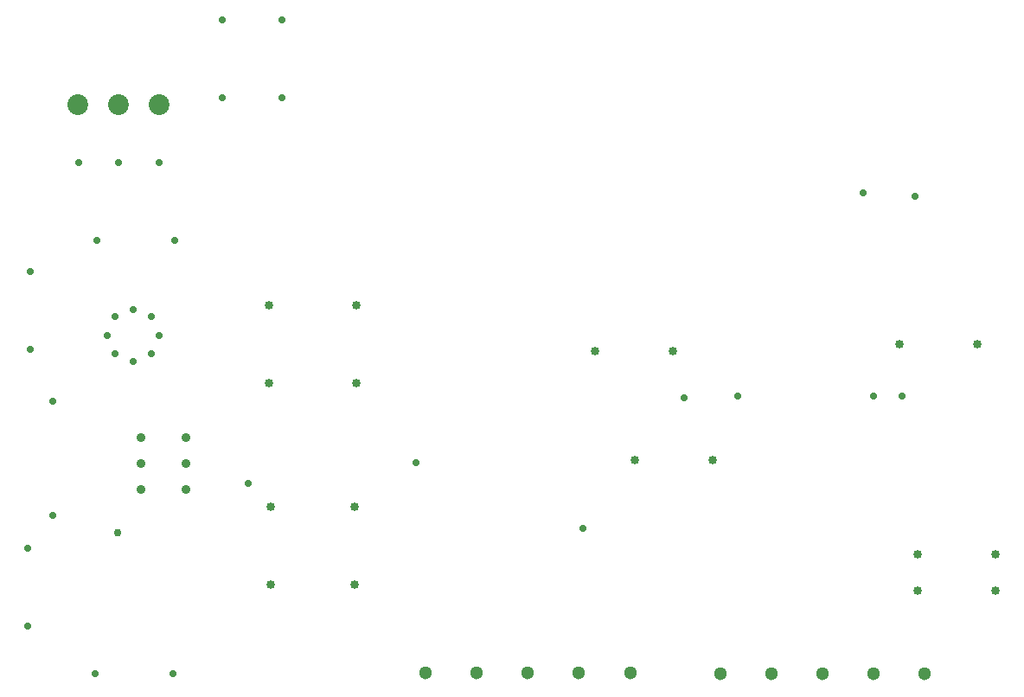
<source format=gbr>
%TF.GenerationSoftware,Altium Limited,Altium Designer,19.1.9 (167)*%
G04 Layer_Color=0*
%FSLAX26Y26*%
%MOIN*%
%TF.FileFunction,Plated,1,2,PTH,Drill*%
%TF.Part,Single*%
G01*
G75*
%TA.AperFunction,ComponentDrill*%
%ADD72C,0.079921*%
%ADD73C,0.033465*%
%ADD74C,0.033465*%
%TA.AperFunction,OtherDrill,Pad Free-6 (540mil,700mil)*%
%ADD75C,0.030000*%
%TA.AperFunction,ComponentDrill*%
%ADD76C,0.035433*%
%ADD77C,0.027559*%
%ADD78C,0.027559*%
%ADD79C,0.051181*%
%ADD80C,0.051181*%
%ADD81C,0.027560*%
%TA.AperFunction,ViaDrill,NotFilled*%
%ADD82C,0.028000*%
D72*
X388189Y2350000D02*
D03*
X544095D02*
D03*
X700000D02*
D03*
D73*
X2835000Y980000D02*
D03*
X2535000D02*
D03*
X2380000Y1400000D02*
D03*
X2680000D02*
D03*
X3555000Y1425000D02*
D03*
X3855000D02*
D03*
X3625000Y615000D02*
D03*
X3925000D02*
D03*
Y475000D02*
D03*
X3625000D02*
D03*
D74*
X1460000Y1575000D02*
D03*
Y1275000D02*
D03*
X1455000Y800000D02*
D03*
Y500000D02*
D03*
X1125000Y1575000D02*
D03*
Y1275000D02*
D03*
X1130000Y800000D02*
D03*
Y500000D02*
D03*
D75*
X540000Y700000D02*
D03*
D76*
X805000Y1065000D02*
D03*
Y965000D02*
D03*
Y865000D02*
D03*
X630000Y1065000D02*
D03*
Y965000D02*
D03*
Y865000D02*
D03*
D77*
X755000Y155000D02*
D03*
X455000D02*
D03*
X760000Y1825000D02*
D03*
X460000D02*
D03*
D78*
X195000Y640000D02*
D03*
Y340000D02*
D03*
X945000Y2375000D02*
D03*
Y2675000D02*
D03*
X1175000Y2375000D02*
D03*
Y2675000D02*
D03*
X205000Y1405000D02*
D03*
Y1705000D02*
D03*
D79*
X3258150Y155000D02*
D03*
X3455000D02*
D03*
X3651850D02*
D03*
X3061300D02*
D03*
X2864450D02*
D03*
X2121850Y160000D02*
D03*
X1925000D02*
D03*
X1728150D02*
D03*
X2318700D02*
D03*
D80*
X2515550D02*
D03*
D81*
X529290Y1389290D02*
D03*
X670710D02*
D03*
Y1530710D02*
D03*
X529290D02*
D03*
X500000Y1460000D02*
D03*
X700000D02*
D03*
X600000Y1560000D02*
D03*
Y1360000D02*
D03*
D82*
X1690000Y970000D02*
D03*
X290000Y765000D02*
D03*
X3415000Y2010000D02*
D03*
X2725000Y1220000D02*
D03*
X3565000Y1225000D02*
D03*
X290000Y1205000D02*
D03*
X1045000Y890000D02*
D03*
X2930000Y1225000D02*
D03*
X3615000Y1995000D02*
D03*
X3455000Y1225000D02*
D03*
X2335000Y715000D02*
D03*
X700000Y2125000D02*
D03*
X545000D02*
D03*
X390000D02*
D03*
%TF.MD5,7f3fe7e8f1825df53c148db3719115af*%
M02*

</source>
